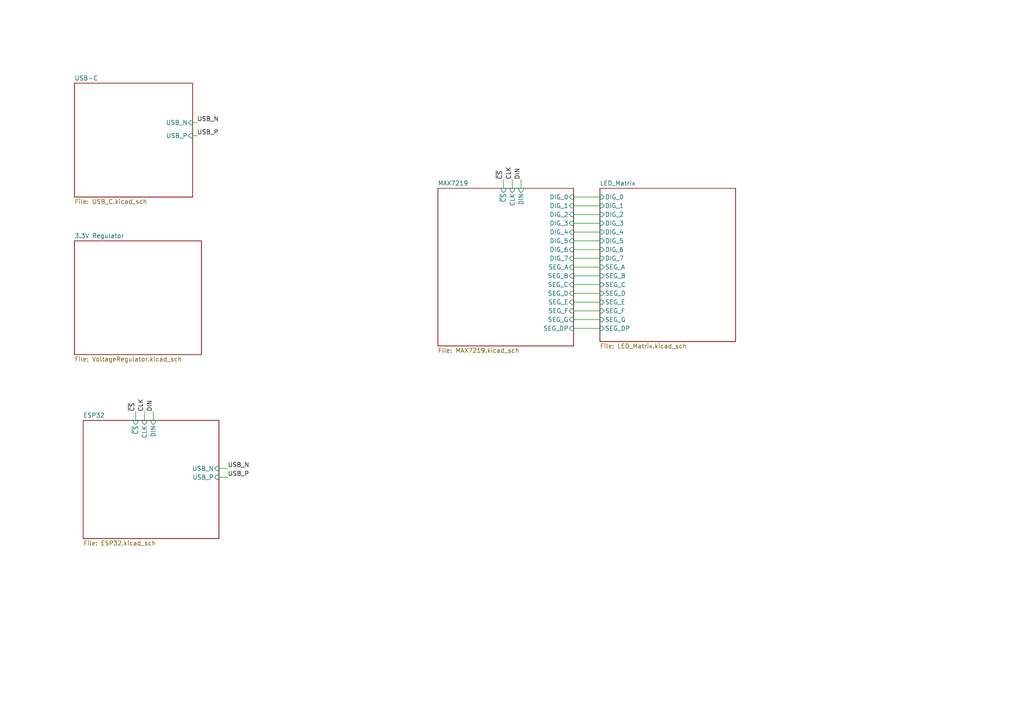
<source format=kicad_sch>
(kicad_sch (version 20230121) (generator eeschema)
  (paper "A4")
  (lib_symbols)
  (wire (pts (xy 166.37 85.09) (xy 173.99 85.09)))
  (wire (pts (xy 166.37 90.17) (xy 173.99 90.17)))
  (wire (pts (xy 39.37 119.38) (xy 39.37 121.92)))
  (wire (pts (xy 63.5 138.43) (xy 66.04 138.43)))
  (wire (pts (xy 41.91 119.38) (xy 41.91 121.92)))
  (wire (pts (xy 63.5 135.89) (xy 66.04 135.89)))
  (wire (pts (xy 166.37 80.01) (xy 173.99 80.01)))
  (wire (pts (xy 166.37 95.25) (xy 173.99 95.25)))
  (wire (pts (xy 151.13 52.07) (xy 151.13 54.61)))
  (wire (pts (xy 166.37 77.47) (xy 173.99 77.47)))
  (wire (pts (xy 166.37 57.15) (xy 173.99 57.15)))
  (wire (pts (xy 166.37 67.31) (xy 173.99 67.31)))
  (wire (pts (xy 166.37 69.85) (xy 173.99 69.85)))
  (wire (pts (xy 166.37 74.93) (xy 173.99 74.93)))
  (wire (pts (xy 166.37 72.39) (xy 173.99 72.39)))
  (wire (pts (xy 166.37 64.77) (xy 173.99 64.77)))
  (wire (pts (xy 55.88 39.37) (xy 57.15 39.37)))
  (wire (pts (xy 148.59 52.07) (xy 148.59 54.61)))
  (wire (pts (xy 166.37 92.71) (xy 173.99 92.71)))
  (wire (pts (xy 44.45 119.38) (xy 44.45 121.92)))
  (wire (pts (xy 55.88 35.56) (xy 57.15 35.56)))
  (wire (pts (xy 166.37 87.63) (xy 173.99 87.63)))
  (wire (pts (xy 166.37 62.23) (xy 173.99 62.23)))
  (wire (pts (xy 146.05 52.07) (xy 146.05 54.61)))
  (wire (pts (xy 166.37 82.55) (xy 173.99 82.55)))
  (wire (pts (xy 166.37 59.69) (xy 173.99 59.69)))
  (label "DIN" (at 151.13 52.07 90))
  (label "CLK" (at 41.91 119.38 90))
  (label "~{CS}" (at 39.37 119.38 90))
  (label "USB_N" (at 57.15 35.56 0))
  (label "USB_N" (at 66.04 135.89 0))
  (label "USB_P" (at 66.04 138.43 0))
  (label "CLK" (at 148.59 52.07 90))
  (label "~{CS}" (at 146.05 52.07 90))
  (label "DIN" (at 44.45 119.38 90))
  (label "USB_P" (at 57.15 39.37 0))
  (sheet (at 21.59 69.85) (size 36.83 33.02) (stroke (width 0.1524))
    (property "Sheetname" "3.3V Regulator" (at 21.59 69.1384 0) (effects (justify left bottom)))
    (property "Sheetfile" "VoltageRegulator.kicad_sch" (at 21.59 103.4546 0) (effects (justify left top)))
  )
  (sheet (at 127 54.61) (size 39.37 45.72) (stroke (width 0.1524))
    (property "Sheetname" "MAX7219" (at 127 53.8984 0) (effects (justify left bottom)))
    (property "Sheetfile" "MAX7219.kicad_sch" (at 127 100.9146 0) (effects (justify left top)))
    (pin "SEG_C" input (at 166.37 82.55 0))
    (pin "SEG_B" input (at 166.37 80.01 0))
    (pin "SEG_A" input (at 166.37 77.47 0))
    (pin "SEG_D" input (at 166.37 85.09 0))
    (pin "SEG_E" input (at 166.37 87.63 0))
    (pin "DIG_0" input (at 166.37 57.15 0))
    (pin "SEG_F" input (at 166.37 90.17 0))
    (pin "SEG_G" input (at 166.37 92.71 0))
    (pin "SEG_DP" input (at 166.37 95.25 0))
    (pin "DIG_1" input (at 166.37 59.69 0))
    (pin "DIG_2" input (at 166.37 62.23 0))
    (pin "DIN" input (at 151.13 54.61 90))
    (pin "CLK" input (at 148.59 54.61 90))
    (pin "~{CS}" input (at 146.05 54.61 90))
    (pin "DIG_3" input (at 166.37 64.77 0))
    (pin "DIG_4" input (at 166.37 67.31 0))
    (pin "DIG_5" input (at 166.37 69.85 0))
    (pin "DIG_6" input (at 166.37 72.39 0))
    (pin "DIG_7" input (at 166.37 74.93 0))
  )
  (sheet (at 173.99 54.61) (size 39.37 44.45) (stroke (width 0.1524))
    (property "Sheetname" "LED_Matrix" (at 173.99 53.8984 0) (effects (justify left bottom)))
    (property "Sheetfile" "LED_Matrix.kicad_sch" (at 173.99 99.6446 0) (effects (justify left top)))
    (pin "DIG_2" input (at 173.99 62.23 180))
    (pin "DIG_0" input (at 173.99 57.15 180))
    (pin "DIG_1" input (at 173.99 59.69 180))
    (pin "SEG_A" input (at 173.99 77.47 180))
    (pin "SEG_B" input (at 173.99 80.01 180))
    (pin "DIG_6" input (at 173.99 72.39 180))
    (pin "DIG_7" input (at 173.99 74.93 180))
    (pin "DIG_5" input (at 173.99 69.85 180))
    (pin "DIG_3" input (at 173.99 64.77 180))
    (pin "DIG_4" input (at 173.99 67.31 180))
    (pin "SEG_C" input (at 173.99 82.55 180))
    (pin "SEG_D" input (at 173.99 85.09 180))
    (pin "SEG_E" input (at 173.99 87.63 180))
    (pin "SEG_F" input (at 173.99 90.17 180))
    (pin "SEG_DP" input (at 173.99 95.25 180))
    (pin "SEG_G" input (at 173.99 92.71 180))
  )
  (sheet (at 21.59 24.13) (size 34.29 33.02) (stroke (width 0.1524))
    (property "Sheetname" "USB-C" (at 21.59 23.4184 0) (effects (justify left bottom)))
    (property "Sheetfile" "USB_C.kicad_sch" (at 21.59 57.7346 0) (effects (justify left top)))
    (pin "USB_N" input (at 55.88 35.56 0))
    (pin "USB_P" input (at 55.88 39.37 0))
  )
  (sheet (at 24.13 121.92) (size 39.37 34.29) (stroke (width 0.1524))
    (property "Sheetname" "ESP32" (at 24.13 121.2084 0) (effects (justify left bottom)))
    (property "Sheetfile" "ESP32.kicad_sch" (at 24.13 156.7946 0) (effects (justify left top)))
    (pin "CLK" input (at 41.91 121.92 90))
    (pin "~{CS}" input (at 39.37 121.92 90))
    (pin "DIN" input (at 44.45 121.92 90))
    (pin "USB_N" input (at 63.5 135.89 0))
    (pin "USB_P" input (at 63.5 138.43 0))
  )
)
</source>
